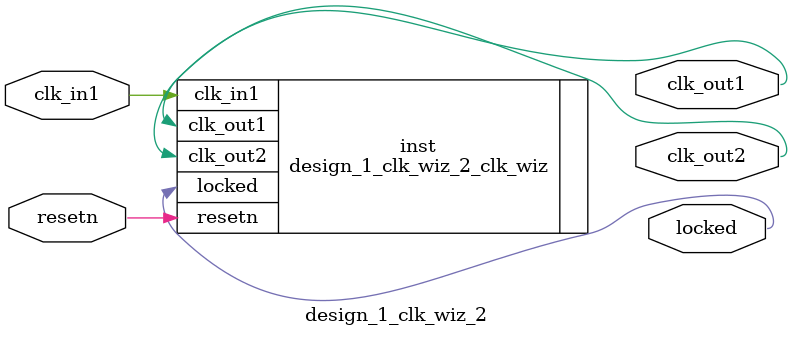
<source format=v>


`timescale 1ps/1ps

(* CORE_GENERATION_INFO = "design_1_clk_wiz_2,clk_wiz_v6_0_2_0_0,{component_name=design_1_clk_wiz_2,use_phase_alignment=true,use_min_o_jitter=false,use_max_i_jitter=false,use_dyn_phase_shift=false,use_inclk_switchover=false,use_dyn_reconfig=false,enable_axi=0,feedback_source=FDBK_AUTO,PRIMITIVE=MMCM,num_out_clk=2,clkin1_period=10.000,clkin2_period=10.000,use_power_down=false,use_reset=true,use_locked=true,use_inclk_stopped=false,feedback_type=SINGLE,CLOCK_MGR_TYPE=NA,manual_override=false}" *)

module design_1_clk_wiz_2 
 (
  // Clock out ports
  output        clk_out1,
  output        clk_out2,
  // Status and control signals
  input         resetn,
  output        locked,
 // Clock in ports
  input         clk_in1
 );

  design_1_clk_wiz_2_clk_wiz inst
  (
  // Clock out ports  
  .clk_out1(clk_out1),
  .clk_out2(clk_out2),
  // Status and control signals               
  .resetn(resetn), 
  .locked(locked),
 // Clock in ports
  .clk_in1(clk_in1)
  );

endmodule

</source>
